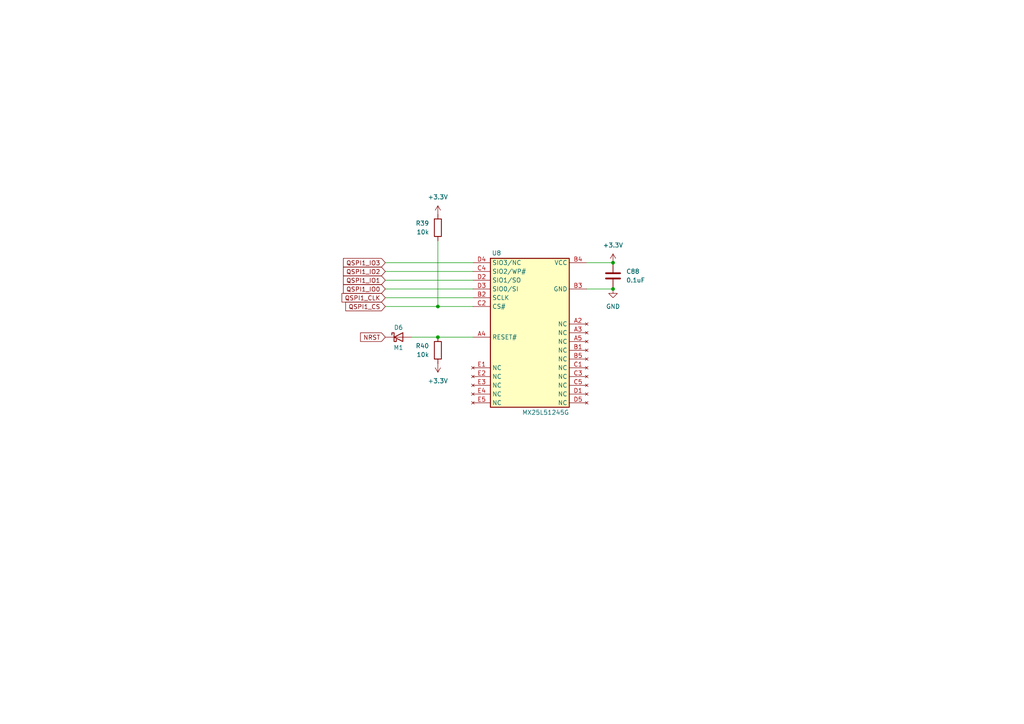
<source format=kicad_sch>
(kicad_sch (version 20250114) (generator "eeschema") (generator_version "9.0")
  (paper "A4")
  (title_block (title "QSPI_NOR") (date "2025-01-21") (rev "1.0") (company "Robotics"))
  (lib_symbols
    (symbol "Device:C" (pin_numbers (hide yes)) (pin_names (offset 0.254))
      (property "Reference" "C" (at 0.635 2.54 0))
      (property "Value" "C" (at 0.635 -2.54 0))
      (symbol "C_0_1"
        (polyline (pts (xy -2.032 0.762) (xy 2.032 0.762)) (stroke (width 0.508)))
        (polyline (pts (xy -2.032 -0.762) (xy 2.032 -0.762)) (stroke (width 0.508)))
      )
      (symbol "C_1_1"
        (pin passive line (at 0 3.81 270) (length 2.794) (name "~") (number "1"))
        (pin passive line (at 0 -3.81 90) (length 2.794) (name "~") (number "2"))
      )
    )
    (symbol "Device:D_Schottky" (pin_numbers (hide yes)) (pin_names (offset 1.016) (hide yes))
      (property "Reference" "D" (at 0 2.54 0))
      (property "Value" "D_Schottky" (at 0 -2.54 0))
      (symbol "D_Schottky_0_1"
        (polyline (pts (xy -1.905 0.635) (xy -1.905 1.27) (xy -1.27 1.27) (xy -1.27 -1.27) (xy -0.635 -1.27) (xy -0.635 -0.635)) (stroke (width 0.254)))
        (polyline (pts (xy 1.27 1.27) (xy 1.27 -1.27) (xy -1.27 0) (xy 1.27 1.27)) (stroke (width 0.254)))
        (polyline (pts (xy 1.27 0) (xy -1.27 0)))
      )
      (symbol "D_Schottky_1_1"
        (pin passive line (at -3.81 0 0) (length 2.54) (name "K") (number "1"))
        (pin passive line (at 3.81 0 180) (length 2.54) (name "A") (number "2"))
      )
    )
    (symbol "Device:R" (pin_numbers (hide yes)) (pin_names (offset 0))
      (property "Reference" "R" (at 2.032 0 90))
      (property "Value" "R" (at 0 0 90))
      (symbol "R_0_1"
        (rectangle (start -1.016 -2.54) (end 1.016 2.54) (stroke (width 0.254)))
      )
      (symbol "R_1_1"
        (pin passive line (at 0 3.81 270) (length 1.27) (name "~") (number "1"))
        (pin passive line (at 0 -3.81 90) (length 1.27) (name "~") (number "2"))
      )
    )
    (symbol "MY_NOR_FLASH:MX25L51245G"
      (property "Reference" "U" (at 6.35 2.794 0))
      (property "Value" "MX25L51245G" (at 21.082 -43.434 0))
      (symbol "MX25L51245G_1_1"
        (rectangle (start 5.08 1.27) (end 27.94 -41.91) (stroke (width 0.3)) (fill (type background)))
        (pin input line (at 0 0 0) (length 5.08) (name "SIO3/NC") (number "D4"))
        (pin input line (at 0 -2.54 0) (length 5.08) (name "SIO2/WP#") (number "C4"))
        (pin input line (at 0 -5.08 0) (length 5.08) (name "SIO1/SO") (number "D2"))
        (pin input line (at 0 -7.62 0) (length 5.08) (name "SIO0/SI") (number "D3"))
        (pin input line (at 0 -10.16 0) (length 5.08) (name "SCLK") (number "B2"))
        (pin input line (at 0 -12.7 0) (length 5.08) (name "CS#") (number "C2"))
        (pin input line (at 0 -21.59 0) (length 5.08) (name "RESET#") (number "A4"))
        (pin no_connect line (at 0 -30.48 0) (length 5.08) (name "NC") (number "E1"))
        (pin no_connect line (at 0 -33.02 0) (length 5.08) (name "NC") (number "E2"))
        (pin no_connect line (at 0 -35.56 0) (length 5.08) (name "NC") (number "E3"))
        (pin no_connect line (at 0 -38.1 0) (length 5.08) (name "NC") (number "E4"))
        (pin no_connect line (at 0 -40.64 0) (length 5.08) (name "NC") (number "E5"))
        (pin input line (at 33.02 0 180) (length 5.08) (name "VCC") (number "B4"))
        (pin input line (at 33.02 -7.62 180) (length 5.08) (name "GND") (number "B3"))
        (pin no_connect line (at 33.02 -17.78 180) (length 5.08) (name "NC") (number "A2"))
        (pin no_connect line (at 33.02 -20.32 180) (length 5.08) (name "NC") (number "A3"))
        (pin no_connect line (at 33.02 -22.86 180) (length 5.08) (name "NC") (number "A5"))
        (pin no_connect line (at 33.02 -25.4 180) (length 5.08) (name "NC") (number "B1"))
        (pin no_connect line (at 33.02 -27.94 180) (length 5.08) (name "NC") (number "B5"))
        (pin no_connect line (at 33.02 -30.48 180) (length 5.08) (name "NC") (number "C1"))
        (pin no_connect line (at 33.02 -33.02 180) (length 5.08) (name "NC") (number "C3"))
        (pin no_connect line (at 33.02 -35.56 180) (length 5.08) (name "NC") (number "C5"))
        (pin no_connect line (at 33.02 -38.1 180) (length 5.08) (name "NC") (number "D1"))
        (pin no_connect line (at 33.02 -40.64 180) (length 5.08) (name "NC") (number "D5"))
      )
    )
    (symbol "power:+3.3V" (power) (pin_numbers (hide yes)) (pin_names (offset 0) (hide yes))
      (property "Value" "+3.3V" (at 0 3.556 0))
      (symbol "+3.3V_0_1"
        (polyline (pts (xy -0.762 1.27) (xy 0 2.54)))
        (polyline (pts (xy 0 2.54) (xy 0.762 1.27)))
        (polyline (pts (xy 0 0) (xy 0 2.54)))
      )
      (symbol "+3.3V_1_1"
        (pin power_in line (at 0 0 90) (length 0) (name "~") (number "1"))
      )
    )
    (symbol "power:GND" (power) (pin_numbers (hide yes)) (pin_names (offset 0) (hide yes))
      (property "Value" "GND" (at 0 -3.81 0))
      (symbol "GND_0_1"
        (polyline (pts (xy 0 0) (xy 0 -1.27) (xy 1.27 -1.27) (xy 0 -2.54) (xy -1.27 -1.27) (xy 0 -1.27)))
      )
      (symbol "GND_1_1"
        (pin power_in line (at 0 0 270) (length 0) (name "~") (number "1"))
      )
    )
  )
  (junction (at 177.8 83.82))
  (junction (at 127 97.79))
  (junction (at 177.8 76.2))
  (junction (at 127 88.9))
  (wire (pts (xy 111.76 88.9) (xy 127 88.9)))
  (wire (pts (xy 170.18 83.82) (xy 177.8 83.82)))
  (wire (pts (xy 111.76 83.82) (xy 137.16 83.82)))
  (wire (pts (xy 170.18 76.2) (xy 177.8 76.2)))
  (wire (pts (xy 127 97.79) (xy 137.16 97.79)))
  (wire (pts (xy 127 88.9) (xy 137.16 88.9)))
  (wire (pts (xy 111.76 86.36) (xy 137.16 86.36)))
  (wire (pts (xy 127 69.85) (xy 127 88.9)))
  (wire (pts (xy 111.76 81.28) (xy 137.16 81.28)))
  (wire (pts (xy 119.38 97.79) (xy 127 97.79)))
  (wire (pts (xy 111.76 76.2) (xy 137.16 76.2)))
  (wire (pts (xy 111.76 78.74) (xy 137.16 78.74)))
  (global_label "QSPI1_CLK" (shape input) (at 111.76 86.36 180) (effects (font (thickness 0.1588))) (property "Intersheetrefs" "${INTERSHEET_REFS}" (effects (hide yes))))
  (global_label "QSPI1_IO3" (shape input) (at 111.76 76.2 180) (effects (font (thickness 0.1588))) (property "Intersheetrefs" "${INTERSHEET_REFS}" (effects (hide yes))))
  (global_label "QSPI1_CS" (shape input) (at 111.76 88.9 180) (effects (font (thickness 0.1588))) (property "Intersheetrefs" "${INTERSHEET_REFS}" (effects (hide yes))))
  (global_label "QSPI1_IO1" (shape input) (at 111.76 81.28 180) (effects (font (thickness 0.1588))) (property "Intersheetrefs" "${INTERSHEET_REFS}" (effects (hide yes))))
  (global_label "NRST" (shape input) (at 111.76 97.79 180) (effects (font (thickness 0.1588))) (property "Intersheetrefs" "${INTERSHEET_REFS}" (effects (hide yes))))
  (global_label "QSPI1_IO2" (shape input) (at 111.76 78.74 180) (effects (font (thickness 0.1588))) (property "Intersheetrefs" "${INTERSHEET_REFS}" (effects (hide yes))))
  (global_label "QSPI1_IO0" (shape input) (at 111.76 83.82 180) (effects (font (thickness 0.1588))) (property "Intersheetrefs" "${INTERSHEET_REFS}" (effects (hide yes))))
  (symbol (lib_id "power:GND") (at 177.8 83.82 0) (unit 1)
    (property "Reference" "#PWR0154" (effects (hide yes)))
    (property "Value" "GND" (at 177.8 88.9 0))
    (property "Description" "Power symbol creates a global label with name \"GND\" , ground" (effects (hide yes)))
  )
  (symbol (lib_id "Device:C") (at 177.8 80.01 0) (unit 1)
    (property "Reference" "C88" (at 181.61 78.7399 0) (effects (justify left)))
    (property "Value" "0.1uF" (at 181.61 81.2799 0) (effects (justify left)))
    (property "Footprint" "Capacitor_SMD:C_0603_1608Metric" (effects (hide yes)))
    (property "Description" "Unpolarized capacitor" (effects (hide yes)))
  )
  (symbol (lib_id "MY_NOR_FLASH:MX25L51245G") (at 137.16 76.2 0) (unit 1)
    (property "Reference" "U8" (at 144.018 73.406 0))
    (property "Value" "MX25L51245G" (at 158.242 119.634 0))
    (property "Footprint" "PCB:BGA24C100P5X5_600X800X120" (effects (hide yes)))
    (property "Datasheet" "https://www.mouser.kr/datasheet/2/819/MX25L51245G_2c_3V_2c_512Mb_2c_v1_7-3371024.pdf" (effects (hide yes)))
    (property "Description" "NOR FLASH 512Mbit" (effects (hide yes)))
  )
  (symbol (lib_id "Device:D_Schottky") (at 115.57 97.79 0) (unit 1)
    (property "Reference" "D6" (at 115.57 94.996 0))
    (property "Value" "M1" (at 115.57 100.838 0))
    (property "Footprint" "Diode_SMD:D_SMA" (effects (hide yes)))
    (property "Description" "Schottky diode" (effects (hide yes)))
  )
  (symbol (lib_id "power:+3.3V") (at 127 105.41 180) (unit 1)
    (property "Reference" "#PWR0156" (effects (hide yes)))
    (property "Value" "+3.3V" (at 127 110.49 0))
    (property "Description" "Power symbol creates a global label with name \"+3.3V\"" (effects (hide yes)))
  )
  (symbol (lib_id "Device:R") (at 127 66.04 0) (mirror y) (unit 1)
    (property "Reference" "R39" (at 124.46 64.7699 0) (effects (justify left)))
    (property "Value" "10k" (at 124.46 67.3099 0) (effects (justify left)))
    (property "Footprint" "Resistor_SMD:R_0603_1608Metric" (effects (hide yes)))
    (property "Description" "Resistor" (effects (hide yes)))
  )
  (symbol (lib_id "power:+3.3V") (at 127 62.23 0) (unit 1)
    (property "Reference" "#PWR0155" (effects (hide yes)))
    (property "Value" "+3.3V" (at 127 57.15 0))
    (property "Description" "Power symbol creates a global label with name \"+3.3V\"" (effects (hide yes)))
  )
  (symbol (lib_id "Device:R") (at 127 101.6 0) (mirror y) (unit 1)
    (property "Reference" "R40" (at 124.46 100.3299 0) (effects (justify left)))
    (property "Value" "10k" (at 124.46 102.8699 0) (effects (justify left)))
    (property "Footprint" "Resistor_SMD:R_0603_1608Metric" (effects (hide yes)))
    (property "Description" "Resistor" (effects (hide yes)))
  )
  (symbol (lib_id "power:+3.3V") (at 177.8 76.2 0) (unit 1)
    (property "Reference" "#PWR0153" (effects (hide yes)))
    (property "Value" "+3.3V" (at 177.8 71.12 0))
    (property "Description" "Power symbol creates a global label with name \"+3.3V\"" (effects (hide yes)))
  )
)
</source>
